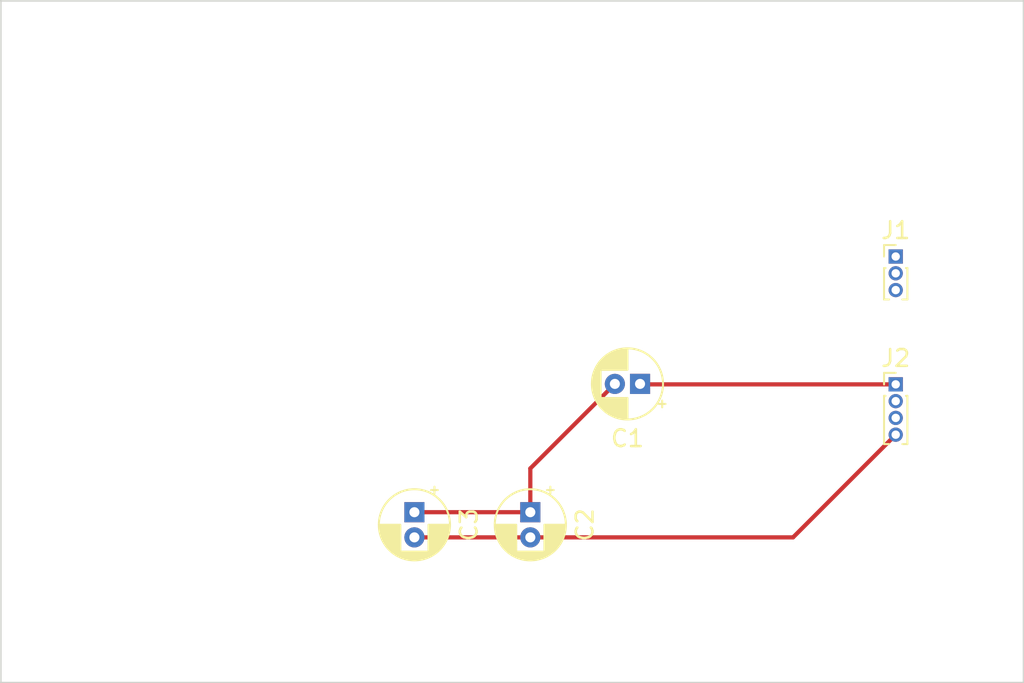
<source format=kicad_pcb>
(kicad_pcb (version 20211014) (generator pcbnew)
  (layers (0 "F.Cu" signal) (31 "B.Cu" signal) (34 "B.Paste" user) (35 "F.Paste" user) (36 "B.SilkS" user "B.Silkscreen") (37 "F.SilkS" user "F.Silkscreen") (38 "B.Mask" user) (39 "F.Mask" user) (44 "Edge.Cuts" user))
  (net 0 "")
  (net 1 "Net-(C1-Pad1)")
  (net 2 "Net-(C1-Pad2)")
  (net 3 "Net-(C3-Pad2)")
  (footprint "Capacitor_THT:CP_Radial_D4.0mm_P1.50mm" (layer "F.Cu") (at 141.491 106.68 -90)
    (fp_text reference "C3" (at 0.75 -3.25 90) (layer "F.SilkS"))
    (fp_text value "0.001")
    (fp_line (start 1.39 -1.982) (end 1.39 -0.84) (layer "F.SilkS") (width 0.12))
    (fp_line (start 1.951 0.84) (end 1.951 1.708) (layer "F.SilkS") (width 0.12))
    (fp_line (start 2.671 -0.859) (end 2.671 0.859) (layer "F.SilkS") (width 0.12))
    (fp_line (start 1.23 -2.025) (end 1.23 -0.84) (layer "F.SilkS") (width 0.12))
    (fp_line (start 1.35 0.84) (end 1.35 1.994) (layer "F.SilkS") (width 0.12))
    (fp_line (start 1.871 0.84) (end 1.871 1.76) (layer "F.SilkS") (width 0.12))
    (fp_line (start 2.151 -1.552) (end 2.151 -0.84) (layer "F.SilkS") (width 0.12))
    (fp_line (start 1.471 0.84) (end 1.471 1.954) (layer "F.SilkS") (width 0.12))
    (fp_line (start 1.07 0.84) (end 1.07 2.056) (layer "F.SilkS") (width 0.12))
    (fp_line (start 1.831 0.84) (end 1.831 1.785) (layer "F.SilkS") (width 0.12))
    (fp_line (start 2.391 -1.304) (end 2.391 1.304) (layer "F.SilkS") (width 0.12))
    (fp_line (start 1.631 -1.889) (end 1.631 -0.84) (layer "F.SilkS") (width 0.12))
    (fp_line (start 2.111 0.84) (end 2.111 1.587) (layer "F.SilkS") (width 0.12))
    (fp_line (start 1.03 0.84) (end 1.03 2.062) (layer "F.SilkS") (width 0.12))
    (fp_line (start 1.471 -1.954) (end 1.471 -0.84) (layer "F.SilkS") (width 0.12))
    (fp_line (start 2.751 -0.664) (end 2.751 0.664) (layer "F.SilkS") (width 0.12))
    (fp_line (start 1.911 -1.735) (end 1.911 -0.84) (layer "F.SilkS") (width 0.12))
    (fp_line (start 0.99 -2.067) (end 0.99 -0.84) (layer "F.SilkS") (width 0.12))
    (fp_line (start 1.791 0.84) (end 1.791 1.808) (layer "F.SilkS") (width 0.12))
    (fp_line (start 2.151 0.84) (end 2.151 1.552) (layer "F.SilkS") (width 0.12))
    (fp_line (start 0.79 -2.08) (end 0.79 -0.84) (layer "F.SilkS") (width 0.12))
    (fp_line (start 0.75 0.84) (end 0.75 2.08) (layer "F.SilkS") (width 0.12))
    (fp_line (start 1.751 0.84) (end 1.751 1.83) (layer "F.SilkS") (width 0.12))
    (fp_line (start 0.95 -2.071) (end 0.95 -0.84) (layer "F.SilkS") (width 0.12))
    (fp_line (start 2.111 -1.587) (end 2.111 -0.84) (layer "F.SilkS") (width 0.12))
    (fp_line (start 1.19 -2.034) (end 1.19 -0.84) (layer "F.SilkS") (width 0.12))
    (fp_line (start 2.591 -1.013) (end 2.591 1.013) (layer "F.SilkS") (width 0.12))
    (fp_line (start 1.871 -1.76) (end 1.871 -0.84) (layer "F.SilkS") (width 0.12))
    (fp_line (start 1.791 -1.808) (end 1.791 -0.84) (layer "F.SilkS") (width 0.12))
    (fp_line (start 1.27 0.84) (end 1.27 2.016) (layer "F.SilkS") (width 0.12))
    (fp_line (start 0.87 0.84) (end 0.87 2.077) (layer "F.SilkS") (width 0.12))
    (fp_line (start 2.431 -1.254) (end 2.431 1.254) (layer "F.SilkS") (width 0.12))
    (fp_line (start 2.351 -1.351) (end 2.351 1.351) (layer "F.SilkS") (width 0.12))
    (fp_line (start 1.11 0.84) (end 1.11 2.05) (layer "F.SilkS") (width 0.12))
    (fp_line (start 1.911 0.84) (end 1.911 1.735) (layer "F.SilkS") (width 0.12))
    (fp_line (start 0.75 -2.08) (end 0.75 -0.84) (layer "F.SilkS") (width 0.12))
    (fp_line (start 1.551 -1.924) (end 1.551 -0.84) (layer "F.SilkS") (width 0.12))
    (fp_line (start 1.671 0.84) (end 1.671 1.87) (layer "F.SilkS") (width 0.12))
    (fp_line (start 1.591 -1.907) (end 1.591 -0.84) (layer "F.SilkS") (width 0.12))
    (fp_line (start 1.991 0.84) (end 1.991 1.68) (layer "F.SilkS") (width 0.12))
    (fp_line (start 0.99 0.84) (end 0.99 2.067) (layer "F.SilkS") (width 0.12))
    (fp_line (start 1.31 -2.005) (end 1.31 -0.84) (layer "F.SilkS") (width 0.12))
    (fp_line (start 2.831 -0.37) (end 2.831 0.37) (layer "F.SilkS") (width 0.12))
    (fp_line (start 1.15 0.84) (end 1.15 2.042) (layer "F.SilkS") (width 0.12))
    (fp_line (start 1.711 -1.851) (end 1.711 -0.84) (layer "F.SilkS") (width 0.12))
    (fp_line (start 2.031 0.84) (end 2.031 1.65) (layer "F.SilkS") (width 0.12))
    (fp_line (start 1.951 -1.708) (end 1.951 -0.84) (layer "F.SilkS") (width 0.12))
    (fp_line (start 1.07 -2.056) (end 1.07 -0.84) (layer "F.SilkS") (width 0.12))
    (fp_line (start 2.071 0.84) (end 2.071 1.619) (layer "F.SilkS") (width 0.12))
    (fp_line (start 2.631 -0.94) (end 2.631 0.94) (layer "F.SilkS") (width 0.12))
    (fp_line (start 2.271 -1.438) (end 2.271 -0.84) (layer "F.SilkS") (width 0.12))
    (fp_line (start 1.831 -1.785) (end 1.831 -0.84) (layer "F.SilkS") (width 0.12))
    (fp_line (start 1.27 -2.016) (end 1.27 -0.84) (layer "F.SilkS") (width 0.12))
    (fp_line (start 1.551 0.84) (end 1.551 1.924) (layer "F.SilkS") (width 0.12))
    (fp_line (start 1.19 0.84) (end 1.19 2.034) (layer "F.SilkS") (width 0.12))
    (fp_line (start -1.319801 -1.395) (end -1.319801 -0.995) (layer "F.SilkS") (width 0.12))
    (fp_line (start 1.511 0.84) (end 1.511 1.94) (layer "F.SilkS") (width 0.12))
    (fp_line (start 1.11 -2.05) (end 1.11 -0.84) (layer "F.SilkS") (width 0.12))
    (fp_line (start 0.91 0.84) (end 0.91 2.074) (layer "F.SilkS") (width 0.12))
    (fp_line (start 0.95 0.84) (end 0.95 2.071) (layer "F.SilkS") (width 0.12))
    (fp_line (start 2.031 -1.65) (end 2.031 -0.84) (layer "F.SilkS") (width 0.12))
    (fp_line (start 2.791 -0.537) (end 2.791 0.537) (layer "F.SilkS") (width 0.12))
    (fp_line (start 2.511 -1.142) (end 2.511 1.142) (layer "F.SilkS") (width 0.12))
    (fp_line (start 1.671 -1.87) (end 1.671 -0.84) (layer "F.SilkS") (width 0.12))
    (fp_line (start 0.91 -2.074) (end 0.91 -0.84) (layer "F.SilkS") (width 0.12))
    (fp_line (start 1.23 0.84) (end 1.23 2.025) (layer "F.SilkS") (width 0.12))
    (fp_line (start 0.79 0.84) (end 0.79 2.08) (layer "F.SilkS") (width 0.12))
    (fp_line (start 1.03 -2.062) (end 1.03 -0.84) (layer "F.SilkS") (width 0.12))
    (fp_line (start 1.31 0.84) (end 1.31 2.005) (layer "F.SilkS") (width 0.12))
    (fp_line (start 1.711 0.84) (end 1.711 1.851) (layer "F.SilkS") (width 0.12))
    (fp_line (start 2.271 0.84) (end 2.271 1.438) (layer "F.SilkS") (width 0.12))
    (fp_line (start 2.071 -1.619) (end 2.071 -0.84) (layer "F.SilkS") (width 0.12))
    (fp_line (start 2.471 -1.2) (end 2.471 1.2) (layer "F.SilkS") (width 0.12))
    (fp_line (start 0.83 0.84) (end 0.83 2.079) (layer "F.SilkS") (width 0.12))
    (fp_line (start 2.231 -1.478) (end 2.231 -0.84) (layer "F.SilkS") (width 0.12))
    (fp_line (start 1.35 -1.994) (end 1.35 -0.84) (layer "F.SilkS") (width 0.12))
    (fp_line (start -1.519801 -1.195) (end -1.119801 -1.195) (layer "F.SilkS") (width 0.12))
    (fp_line (start 2.191 -1.516) (end 2.191 -0.84) (layer "F.SilkS") (width 0.12))
    (fp_line (start 0.87 -2.077) (end 0.87 -0.84) (layer "F.SilkS") (width 0.12))
    (fp_line (start 1.511 -1.94) (end 1.511 -0.84) (layer "F.SilkS") (width 0.12))
    (fp_line (start 2.311 0.84) (end 2.311 1.396) (layer "F.SilkS") (width 0.12))
    (fp_line (start 1.39 0.84) (end 1.39 1.982) (layer "F.SilkS") (width 0.12))
    (fp_line (start 1.751 -1.83) (end 1.751 -0.84) (layer "F.SilkS") (width 0.12))
    (fp_line (start 2.551 -1.08) (end 2.551 1.08) (layer "F.SilkS") (width 0.12))
    (fp_line (start 1.43 -1.968) (end 1.43 -0.84) (layer "F.SilkS") (width 0.12))
    (fp_line (start 2.311 -1.396) (end 2.311 -0.84) (layer "F.SilkS") (width 0.12))
    (fp_line (start 2.711 -0.768) (end 2.711 0.768) (layer "F.SilkS") (width 0.12))
    (fp_line (start 1.991 -1.68) (end 1.991 -0.84) (layer "F.SilkS") (width 0.12))
    (fp_line (start 1.15 -2.042) (end 1.15 -0.84) (layer "F.SilkS") (width 0.12))
    (fp_line (start 2.191 0.84) (end 2.191 1.516) (layer "F.SilkS") (width 0.12))
    (fp_line (start 0.83 -2.079) (end 0.83 -0.84) (layer "F.SilkS") (width 0.12))
    (fp_line (start 2.231 0.84) (end 2.231 1.478) (layer "F.SilkS") (width 0.12))
    (fp_line (start 1.591 0.84) (end 1.591 1.907) (layer "F.SilkS") (width 0.12))
    (fp_line (start 1.43 0.84) (end 1.43 1.968) (layer "F.SilkS") (width 0.12))
    (fp_line (start 1.631 0.84) (end 1.631 1.889) (layer "F.SilkS") (width 0.12))
    (fp_circle (center 0.75 0) (end 2.87 0) (layer "F.SilkS") (width 0.12) (fill none))
    (pad "1" thru_hole rect (at 0 0 270) (size 1.2 1.2) (drill 0.6) (layers *.Cu *.Mask) (net 2 "Net-(C1-Pad2)"))
    (pad "2" thru_hole circle (at 1.5 0 270) (size 1.2 1.2) (drill 0.6) (layers *.Cu *.Mask) (net 3 "Net-(C3-Pad2)"))
  )
  (footprint "Connector_PinHeader_1.00mm:PinHeader_1x04_P1.00mm_Vertical" (layer "F.Cu") (at 170.18 99.06)
    (fp_text reference "J2" (at 0 -1.56) (layer "F.SilkS"))
    (fp_text value "mic&ptt")
    (fp_line (start 0.394493 3.56) (end 0.695 3.56) (layer "F.SilkS") (width 0.12))
    (fp_line (start 0.608276 0.685) (end 0.695 0.685) (layer "F.SilkS") (width 0.12))
    (fp_line (start -0.695 3.56) (end -0.394493 3.56) (layer "F.SilkS") (width 0.12))
    (fp_line (start -0.695 -0.685) (end 0 -0.685) (layer "F.SilkS") (width 0.12))
    (fp_line (start 0.695 0.685) (end 0.695 3.56) (layer "F.SilkS") (width 0.12))
    (fp_line (start -0.695 0) (end -0.695 -0.685) (layer "F.SilkS") (width 0.12))
    (fp_line (start -0.695 0.685) (end -0.608276 0.685) (layer "F.SilkS") (width 0.12))
    (fp_line (start -0.695 0.685) (end -0.695 3.56) (layer "F.SilkS") (width 0.12))
    (pad "1" thru_hole rect (at 0 0) (size 0.85 0.85) (drill 0.5) (layers *.Cu *.Mask) (net 1 "Net-(C1-Pad1)"))
    (pad "2" thru_hole oval (at 0 1) (size 0.85 0.85) (drill 0.5) (layers *.Cu *.Mask))
    (pad "3" thru_hole oval (at 0 2) (size 0.85 0.85) (drill 0.5) (layers *.Cu *.Mask))
    (pad "4" thru_hole oval (at 0 3) (size 0.85 0.85) (drill 0.5) (layers *.Cu *.Mask) (net 3 "Net-(C3-Pad2)"))
  )
  (footprint "Capacitor_THT:CP_Radial_D4.0mm_P1.50mm" (layer "F.Cu") (at 148.4 106.68 -90)
    (fp_text reference "C2" (at 0.75 -3.25 90) (layer "F.SilkS"))
    (fp_text value "C")
    (fp_line (start 1.951 -1.708) (end 1.951 -0.84) (layer "F.SilkS") (width 0.12))
    (fp_line (start 1.39 0.84) (end 1.39 1.982) (layer "F.SilkS") (width 0.12))
    (fp_line (start 0.91 0.84) (end 0.91 2.074) (layer "F.SilkS") (width 0.12))
    (fp_line (start 1.991 0.84) (end 1.991 1.68) (layer "F.SilkS") (width 0.12))
    (fp_line (start 0.83 0.84) (end 0.83 2.079) (layer "F.SilkS") (width 0.12))
    (fp_line (start 0.87 -2.077) (end 0.87 -0.84) (layer "F.SilkS") (width 0.12))
    (fp_line (start 1.871 0.84) (end 1.871 1.76) (layer "F.SilkS") (width 0.12))
    (fp_line (start 2.551 -1.08) (end 2.551 1.08) (layer "F.SilkS") (width 0.12))
    (fp_line (start 2.711 -0.768) (end 2.711 0.768) (layer "F.SilkS") (width 0.12))
    (fp_line (start 0.79 0.84) (end 0.79 2.08) (layer "F.SilkS") (width 0.12))
    (fp_line (start 2.271 0.84) (end 2.271 1.438) (layer "F.SilkS") (width 0.12))
    (fp_line (start 1.07 -2.056) (end 1.07 -0.84) (layer "F.SilkS") (width 0.12))
    (fp_line (start 2.311 -1.396) (end 2.311 -0.84) (layer "F.SilkS") (width 0.12))
    (fp_line (start 2.031 -1.65) (end 2.031 -0.84) (layer "F.SilkS") (width 0.12))
    (fp_line (start 1.551 0.84) (end 1.551 1.924) (layer "F.SilkS") (width 0.12))
    (fp_line (start 2.151 -1.552) (end 2.151 -0.84) (layer "F.SilkS") (width 0.12))
    (fp_line (start 1.631 0.84) (end 1.631 1.889) (layer "F.SilkS") (width 0.12))
    (fp_line (start 1.35 0.84) (end 1.35 1.994) (layer "F.SilkS") (width 0.12))
    (fp_line (start 2.431 -1.254) (end 2.431 1.254) (layer "F.SilkS") (width 0.12))
    (fp_line (start 1.591 -1.907) (end 1.591 -0.84) (layer "F.SilkS") (width 0.12))
    (fp_line (start 1.631 -1.889) (end 1.631 -0.84) (layer "F.SilkS") (width 0.12))
    (fp_line (start 0.75 -2.08) (end 0.75 -0.84) (layer "F.SilkS") (width 0.12))
    (fp_line (start 1.511 -1.94) (end 1.511 -0.84) (layer "F.SilkS") (width 0.12))
    (fp_line (start 2.111 0.84) (end 2.111 1.587) (layer "F.SilkS") (width 0.12))
    (fp_line (start 1.871 -1.76) (end 1.871 -0.84) (layer "F.SilkS") (width 0.12))
    (fp_line (start 1.831 -1.785) (end 1.831 -0.84) (layer "F.SilkS") (width 0.12))
    (fp_line (start 2.031 0.84) (end 2.031 1.65) (layer "F.SilkS") (width 0.12))
    (fp_line (start 1.591 0.84) (end 1.591 1.907) (layer "F.SilkS") (width 0.12))
    (fp_line (start 2.311 0.84) (end 2.311 1.396) (layer "F.SilkS") (width 0.12))
    (fp_line (start 1.07 0.84) (end 1.07 2.056) (layer "F.SilkS") (width 0.12))
    (fp_line (start 1.511 0.84) (end 1.511 1.94) (layer "F.SilkS") (width 0.12))
    (fp_line (start 2.471 -1.2) (end 2.471 1.2) (layer "F.SilkS") (width 0.12))
    (fp_line (start 2.231 -1.478) (end 2.231 -0.84) (layer "F.SilkS") (width 0.12))
    (fp_line (start 1.711 -1.851) (end 1.711 -0.84) (layer "F.SilkS") (width 0.12))
    (fp_line (start 2.751 -0.664) (end 2.751 0.664) (layer "F.SilkS") (width 0.12))
    (fp_line (start 0.95 0.84) (end 0.95 2.071) (layer "F.SilkS") (width 0.12))
    (fp_line (start 1.19 0.84) (end 1.19 2.034) (layer "F.SilkS") (width 0.12))
    (fp_line (start 1.27 0.84) (end 1.27 2.016) (layer "F.SilkS") (width 0.12))
    (fp_line (start 2.111 -1.587) (end 2.111 -0.84) (layer "F.SilkS") (width 0.12))
    (fp_line (start 0.99 0.84) (end 0.99 2.067) (layer "F.SilkS") (width 0.12))
    (fp_line (start 2.191 0.84) (end 2.191 1.516) (layer "F.SilkS") (width 0.12))
    (fp_line (start 1.39 -1.982) (end 1.39 -0.84) (layer "F.SilkS") (width 0.12))
    (fp_line (start 0.83 -2.079) (end 0.83 -0.84) (layer "F.SilkS") (width 0.12))
    (fp_line (start 1.751 -1.83) (end 1.751 -0.84) (layer "F.SilkS") (width 0.12))
    (fp_line (start 1.23 0.84) (end 1.23 2.025) (layer "F.SilkS") (width 0.12))
    (fp_line (start 1.31 0.84) (end 1.31 2.005) (layer "F.SilkS") (width 0.12))
    (fp_line (start 1.23 -2.025) (end 1.23 -0.84) (layer "F.SilkS") (width 0.12))
    (fp_line (start 1.43 0.84) (end 1.43 1.968) (layer "F.SilkS") (width 0.12))
    (fp_line (start 2.071 -1.619) (end 2.071 -0.84) (layer "F.SilkS") (width 0.12))
    (fp_line (start 2.591 -1.013) (end 2.591 1.013) (layer "F.SilkS") (width 0.12))
    (fp_line (start 2.231 0.84) (end 2.231 1.478) (layer "F.SilkS") (width 0.12))
    (fp_line (start 2.071 0.84) (end 2.071 1.619) (layer "F.SilkS") (width 0.12))
    (fp_line (start 2.831 -0.37) (end 2.831 0.37) (layer "F.SilkS") (width 0.12))
    (fp_line (start -1.519801 -1.195) (end -1.119801 -1.195) (layer "F.SilkS") (width 0.12))
    (fp_line (start -1.319801 -1.395) (end -1.319801 -0.995) (layer "F.SilkS") (width 0.12))
    (fp_line (start 2.191 -1.516) (end 2.191 -0.84) (layer "F.SilkS") (width 0.12))
    (fp_line (start 1.31 -2.005) (end 1.31 -0.84) (layer "F.SilkS") (width 0.12))
    (fp_line (start 1.03 0.84) (end 1.03 2.062) (layer "F.SilkS") (width 0.12))
    (fp_line (start 1.911 -1.735) (end 1.911 -0.84) (layer "F.SilkS") (width 0.12))
    (fp_line (start 1.551 -1.924) (end 1.551 -0.84) (layer "F.SilkS") (width 0.12))
    (fp_line (start 0.79 -2.08) (end 0.79 -0.84) (layer "F.SilkS") (width 0.12))
    (fp_line (start 2.151 0.84) (end 2.151 1.552) (layer "F.SilkS") (width 0.12))
    (fp_line (start 1.951 0.84) (end 1.951 1.708) (layer "F.SilkS") (width 0.12))
    (fp_line (start 1.03 -2.062) (end 1.03 -0.84) (layer "F.SilkS") (width 0.12))
    (fp_line (start 2.671 -0.859) (end 2.671 0.859) (layer "F.SilkS") (width 0.12))
    (fp_line (start 1.791 0.84) (end 1.791 1.808) (layer "F.SilkS") (width 0.12))
    (fp_line (start 0.87 0.84) (end 0.87 2.077) (layer "F.SilkS") (width 0.12))
    (fp_line (start 0.91 -2.074) (end 0.91 -0.84) (layer "F.SilkS") (width 0.12))
    (fp_line (start 1.35 -1.994) (end 1.35 -0.84) (layer "F.SilkS") (width 0.12))
    (fp_line (start 2.271 -1.438) (end 2.271 -0.84) (layer "F.SilkS") (width 0.12))
    (fp_line (start 1.751 0.84) (end 1.751 1.83) (layer "F.SilkS") (width 0.12))
    (fp_line (start 0.99 -2.067) (end 0.99 -0.84) (layer "F.SilkS") (width 0.12))
    (fp_line (start 2.511 -1.142) (end 2.511 1.142) (layer "F.SilkS") (width 0.12))
    (fp_line (start 1.19 -2.034) (end 1.19 -0.84) (layer "F.SilkS") (width 0.12))
    (fp_line (start 1.15 -2.042) (end 1.15 -0.84) (layer "F.SilkS") (width 0.12))
    (fp_line (start 2.391 -1.304) (end 2.391 1.304) (layer "F.SilkS") (width 0.12))
    (fp_line (start 1.711 0.84) (end 1.711 1.851) (layer "F.SilkS") (width 0.12))
    (fp_line (start 1.791 -1.808) (end 1.791 -0.84) (layer "F.SilkS") (width 0.12))
    (fp_line (start 1.671 0.84) (end 1.671 1.87) (layer "F.SilkS") (width 0.12))
    (fp_line (start 2.791 -0.537) (end 2.791 0.537) (layer "F.SilkS") (width 0.12))
    (fp_line (start 1.911 0.84) (end 1.911 1.735) (layer "F.SilkS") (width 0.12))
    (fp_line (start 1.991 -1.68) (end 1.991 -0.84) (layer "F.SilkS") (width 0.12))
    (fp_line (start 1.15 0.84) (end 1.15 2.042) (layer "F.SilkS") (width 0.12))
    (fp_line (start 0.75 0.84) (end 0.75 2.08) (layer "F.SilkS") (width 0.12))
    (fp_line (start 1.671 -1.87) (end 1.671 -0.84) (layer "F.SilkS") (width 0.12))
    (fp_line (start 1.831 0.84) (end 1.831 1.785) (layer "F.SilkS") (width 0.12))
    (fp_line (start 0.95 -2.071) (end 0.95 -0.84) (layer "F.SilkS") (width 0.12))
    (fp_line (start 1.471 0.84) (end 1.471 1.954) (layer "F.SilkS") (width 0.12))
    (fp_line (start 2.351 -1.351) (end 2.351 1.351) (layer "F.SilkS") (width 0.12))
    (fp_line (start 1.471 -1.954) (end 1.471 -0.84) (layer "F.SilkS") (width 0.12))
    (fp_line (start 2.631 -0.94) (end 2.631 0.94) (layer "F.SilkS") (width 0.12))
    (fp_line (start 1.11 -2.05) (end 1.11 -0.84) (layer "F.SilkS") (width 0.12))
    (fp_line (start 1.43 -1.968) (end 1.43 -0.84) (layer "F.SilkS") (width 0.12))
    (fp_line (start 1.11 0.84) (end 1.11 2.05) (layer "F.SilkS") (width 0.12))
    (fp_line (start 1.27 -2.016) (end 1.27 -0.84) (layer "F.SilkS") (width 0.12))
    (fp_circle (center 0.75 0) (end 2.87 0) (layer "F.SilkS") (width 0.12) (fill none))
    (pad "1" thru_hole rect (at 0 0 270) (size 1.2 1.2) (drill 0.6) (layers *.Cu *.Mask) (net 2 "Net-(C1-Pad2)"))
    (pad "2" thru_hole circle (at 1.5 0 270) (size 1.2 1.2) (drill 0.6) (layers *.Cu *.Mask) (net 3 "Net-(C3-Pad2)"))
  )
  (footprint "Capacitor_THT:CP_Radial_D4.0mm_P1.50mm" (layer "F.Cu") (at 154.94 99.0325 180)
    (fp_text reference "C1" (at 0.75 -3.25) (layer "F.SilkS"))
    (fp_text value "1uP")
    (fp_line (start 0.79 0.84) (end 0.79 2.08) (layer "F.SilkS") (width 0.12))
    (fp_line (start 2.071 -1.619) (end 2.071 -0.84) (layer "F.SilkS") (width 0.12))
    (fp_line (start 1.591 -1.907) (end 1.591 -0.84) (layer "F.SilkS") (width 0.12))
    (fp_line (start 1.831 -1.785) (end 1.831 -0.84) (layer "F.SilkS") (width 0.12))
    (fp_line (start 1.35 0.84) (end 1.35 1.994) (layer "F.SilkS") (width 0.12))
    (fp_line (start 1.551 -1.924) (end 1.551 -0.84) (layer "F.SilkS") (width 0.12))
    (fp_line (start 1.31 0.84) (end 1.31 2.005) (layer "F.SilkS") (width 0.12))
    (fp_line (start 1.871 0.84) (end 1.871 1.76) (layer "F.SilkS") (width 0.12))
    (fp_line (start 1.711 0.84) (end 1.711 1.851) (layer "F.SilkS") (width 0.12))
    (fp_line (start 1.511 0.84) (end 1.511 1.94) (layer "F.SilkS") (width 0.12))
    (fp_line (start -1.319801 -1.395) (end -1.319801 -0.995) (layer "F.SilkS") (width 0.12))
    (fp_line (start 2.351 -1.351) (end 2.351 1.351) (layer "F.SilkS") (width 0.12))
    (fp_line (start 1.751 -1.83) (end 1.751 -0.84) (layer "F.SilkS") (width 0.12))
    (fp_line (start 2.511 -1.142) (end 2.511 1.142) (layer "F.SilkS") (width 0.12))
    (fp_line (start 2.751 -0.664) (end 2.751 0.664) (layer "F.SilkS") (width 0.12))
    (fp_line (start 2.631 -0.94) (end 2.631 0.94) (layer "F.SilkS") (width 0.12))
    (fp_line (start 1.591 0.84) (end 1.591 1.907) (layer "F.SilkS") (width 0.12))
    (fp_line (start 0.83 -2.079) (end 0.83 -0.84) (layer "F.SilkS") (width 0.12))
    (fp_line (start 1.671 0.84) (end 1.671 1.87) (layer "F.SilkS") (width 0.12))
    (fp_line (start 1.07 0.84) (end 1.07 2.056) (layer "F.SilkS") (width 0.12))
    (fp_line (start 0.87 0.84) (end 0.87 2.077) (layer "F.SilkS") (width 0.12))
    (fp_line (start 2.591 -1.013) (end 2.591 1.013) (layer "F.SilkS") (width 0.12))
    (fp_line (start 1.11 0.84) (end 1.11 2.05) (layer "F.SilkS") (width 0.12))
    (fp_line (start 1.631 0.84) (end 1.631 1.889) (layer "F.SilkS") (width 0.12))
    (fp_line (start 0.75 -2.08) (end 0.75 -0.84) (layer "F.SilkS") (width 0.12))
    (fp_line (start 1.911 0.84) (end 1.911 1.735) (layer "F.SilkS") (width 0.12))
    (fp_line (start 1.19 -2.034) (end 1.19 -0.84) (layer "F.SilkS") (width 0.12))
    (fp_line (start 1.07 -2.056) (end 1.07 -0.84) (layer "F.SilkS") (width 0.12))
    (fp_line (start 2.791 -0.537) (end 2.791 0.537) (layer "F.SilkS") (width 0.12))
    (fp_line (start 2.551 -1.08) (end 2.551 1.08) (layer "F.SilkS") (width 0.12))
    (fp_line (start 0.83 0.84) (end 0.83 2.079) (layer "F.SilkS") (width 0.12))
    (fp_line (start 1.39 0.84) (end 1.39 1.982) (layer "F.SilkS") (width 0.12))
    (fp_line (start 1.03 -2.062) (end 1.03 -0.84) (layer "F.SilkS") (width 0.12))
    (fp_line (start 1.15 0.84) (end 1.15 2.042) (layer "F.SilkS") (width 0.12))
    (fp_line (start 1.791 -1.808) (end 1.791 -0.84) (layer "F.SilkS") (width 0.12))
    (fp_line (start 1.471 -1.954) (end 1.471 -0.84) (layer "F.SilkS") (width 0.12))
    (fp_line (start 2.031 0.84) (end 2.031 1.65) (layer "F.SilkS") (width 0.12))
    (fp_line (start 1.511 -1.94) (end 1.511 -0.84) (layer "F.SilkS") (width 0.12))
    (fp_line (start 2.671 -0.859) (end 2.671 0.859) (layer "F.SilkS") (width 0.12))
    (fp_line (start 1.551 0.84) (end 1.551 1.924) (layer "F.SilkS") (width 0.12))
    (fp_line (start 1.23 -2.025) (end 1.23 -0.84) (layer "F.SilkS") (width 0.12))
    (fp_line (start 1.23 0.84) (end 1.23 2.025) (layer "F.SilkS") (width 0.12))
    (fp_line (start 1.43 0.84) (end 1.43 1.968) (layer "F.SilkS") (width 0.12))
    (fp_line (start 1.27 -2.016) (end 1.27 -0.84) (layer "F.SilkS") (width 0.12))
    (fp_line (start 0.95 -2.071) (end 0.95 -0.84) (layer "F.SilkS") (width 0.12))
    (fp_line (start 1.35 -1.994) (end 1.35 -0.84) (layer "F.SilkS") (width 0.12))
    (fp_line (start 1.751 0.84) (end 1.751 1.83) (layer "F.SilkS") (width 0.12))
    (fp_line (start 1.671 -1.87) (end 1.671 -0.84) (layer "F.SilkS") (width 0.12))
    (fp_line (start 0.87 -2.077) (end 0.87 -0.84) (layer "F.SilkS") (width 0.12))
    (fp_line (start 2.231 -1.478) (end 2.231 -0.84) (layer "F.SilkS") (width 0.12))
    (fp_line (start -1.519801 -1.195) (end -1.119801 -1.195) (layer "F.SilkS") (width 0.12))
    (fp_line (start 2.271 -1.438) (end 2.271 -0.84) (layer "F.SilkS") (width 0.12))
    (fp_line (start 1.951 -1.708) (end 1.951 -0.84) (layer "F.SilkS") (width 0.12))
    (fp_line (start 2.431 -1.254) (end 2.431 1.254) (layer "F.SilkS") (width 0.12))
    (fp_line (start 0.95 0.84) (end 0.95 2.071) (layer "F.SilkS") (width 0.12))
    (fp_line (start 2.471 -1.2) (end 2.471 1.2) (layer "F.SilkS") (width 0.12))
    (fp_line (start 2.831 -0.37) (end 2.831 0.37) (layer "F.SilkS") (width 0.12))
    (fp_line (start 1.951 0.84) (end 1.951 1.708) (layer "F.SilkS") (width 0.12))
    (fp_line (start 2.711 -0.768) (end 2.711 0.768) (layer "F.SilkS") (width 0.12))
    (fp_line (start 2.311 -1.396) (end 2.311 -0.84) (layer "F.SilkS") (width 0.12))
    (fp_line (start 1.471 0.84) (end 1.471 1.954) (layer "F.SilkS") (width 0.12))
    (fp_line (start 2.311 0.84) (end 2.311 1.396) (layer "F.SilkS") (width 0.12))
    (fp_line (start 1.991 -1.68) (end 1.991 -0.84) (layer "F.SilkS") (width 0.12))
    (fp_line (start 1.27 0.84) (end 1.27 2.016) (layer "F.SilkS") (width 0.12))
    (fp_line (start 1.871 -1.76) (end 1.871 -0.84) (layer "F.SilkS") (width 0.12))
    (fp_line (start 2.151 -1.552) (end 2.151 -0.84) (layer "F.SilkS") (width 0.12))
    (fp_line (start 2.031 -1.65) (end 2.031 -0.84) (layer "F.SilkS") (width 0.12))
    (fp_line (start 2.391 -1.304) (end 2.391 1.304) (layer "F.SilkS") (width 0.12))
    (fp_line (start 1.911 -1.735) (end 1.911 -0.84) (layer "F.SilkS") (width 0.12))
    (fp_line (start 0.75 0.84) (end 0.75 2.08) (layer "F.SilkS") (width 0.12))
    (fp_line (start 1.31 -2.005) (end 1.31 -0.84) (layer "F.SilkS") (width 0.12))
    (fp_line (start 1.03 0.84) (end 1.03 2.062) (layer "F.SilkS") (width 0.12))
    (fp_line (start 1.19 0.84) (end 1.19 2.034) (layer "F.SilkS") (width 0.12))
    (fp_line (start 0.91 0.84) (end 0.91 2.074) (layer "F.SilkS") (width 0.12))
    (fp_line (start 1.631 -1.889) (end 1.631 -0.84) (layer "F.SilkS") (width 0.12))
    (fp_line (start 1.831 0.84) (end 1.831 1.785) (layer "F.SilkS") (width 0.12))
    (fp_line (start 2.151 0.84) (end 2.151 1.552) (layer "F.SilkS") (width 0.12))
    (fp_line (start 1.39 -1.982) (end 1.39 -0.84) (layer "F.SilkS") (width 0.12))
    (fp_line (start 0.91 -2.074) (end 0.91 -0.84) (layer "F.SilkS") (width 0.12))
    (fp_line (start 1.711 -1.851) (end 1.711 -0.84) (layer "F.SilkS") (width 0.12))
    (fp_line (start 2.231 0.84) (end 2.231 1.478) (layer "F.SilkS") (width 0.12))
    (fp_line (start 2.271 0.84) (end 2.271 1.438) (layer "F.SilkS") (width 0.12))
    (fp_line (start 2.191 0.84) (end 2.191 1.516) (layer "F.SilkS") (width 0.12))
    (fp_line (start 0.99 0.84) (end 0.99 2.067) (layer "F.SilkS") (width 0.12))
    (fp_line (start 2.111 -1.587) (end 2.111 -0.84) (layer "F.SilkS") (width 0.12))
    (fp_line (start 1.791 0.84) (end 1.791 1.808) (layer "F.SilkS") (width 0.12))
    (fp_line (start 1.15 -2.042) (end 1.15 -0.84) (layer "F.SilkS") (width 0.12))
    (fp_line (start 1.11 -2.05) (end 1.11 -0.84) (layer "F.SilkS") (width 0.12))
    (fp_line (start 2.071 0.84) (end 2.071 1.619) (layer "F.SilkS") (width 0.12))
    (fp_line (start 0.79 -2.08) (end 0.79 -0.84) (layer "F.SilkS") (width 0.12))
    (fp_line (start 1.43 -1.968) (end 1.43 -0.84) (layer "F.SilkS") (width 0.12))
    (fp_line (start 2.191 -1.516) (end 2.191 -0.84) (layer "F.SilkS") (width 0.12))
    (fp_line (start 0.99 -2.067) (end 0.99 -0.84) (layer "F.SilkS") (width 0.12))
    (fp_line (start 2.111 0.84) (end 2.111 1.587) (layer "F.SilkS") (width 0.12))
    (fp_line (start 1.991 0.84) (end 1.991 1.68) (layer "F.SilkS") (width 0.12))
    (fp_circle (center 0.75 0) (end 2.87 0) (layer "F.SilkS") (width 0.12) (fill none))
    (pad "1" thru_hole rect (at 0 0 180) (size 1.2 1.2) (drill 0.6) (layers *.Cu *.Mask) (net 1 "Net-(C1-Pad1)"))
    (pad "2" thru_hole circle (at 1.5 0 180) (size 1.2 1.2) (drill 0.6) (layers *.Cu *.Mask) (net 2 "Net-(C1-Pad2)"))
  )
  (footprint "Connector_PinHeader_1.00mm:PinHeader_1x03_P1.00mm_Vertical" (layer "F.Cu") (at 170.18 91.44)
    (fp_text reference "J1" (at 0 -1.56) (layer "F.SilkS"))
    (fp_text value "audio")
    (fp_line (start -0.695 0.685) (end -0.608276 0.685) (layer "F.SilkS") (width 0.12))
    (fp_line (start 0.394493 2.56) (end 0.695 2.56) (layer "F.SilkS") (width 0.12))
    (fp_line (start -0.695 -0.685) (end 0 -0.685) (layer "F.SilkS") (width 0.12))
    (fp_line (start -0.695 2.56) (end -0.394493 2.56) (layer "F.SilkS") (width 0.12))
    (fp_line (start 0.695 0.685) (end 0.695 2.56) (layer "F.SilkS") (width 0.12))
    (fp_line (start 0.608276 0.685) (end 0.695 0.685) (layer "F.SilkS") (width 0.12))
    (fp_line (start -0.695 0.685) (end -0.695 2.56) (layer "F.SilkS") (width 0.12))
    (fp_line (start -0.695 0) (end -0.695 -0.685) (layer "F.SilkS") (width 0.12))
    (pad "1" thru_hole rect (at 0 0) (size 0.85 0.85) (drill 0.5) (layers *.Cu *.Mask))
    (pad "2" thru_hole oval (at 0 1) (size 0.85 0.85) (drill 0.5) (layers *.Cu *.Mask))
    (pad "3" thru_hole oval (at 0 2) (size 0.85 0.85) (drill 0.5) (layers *.Cu *.Mask))
  )
  (gr_line (start 116.84 76.2) (end 177.8 76.2) (layer "Edge.Cuts") (width 0.1))
  (gr_line (start 116.84 116.84) (end 116.84 76.2) (layer "Edge.Cuts") (width 0.1))
  (gr_line (start 177.8 76.2) (end 177.8 116.84) (layer "Edge.Cuts") (width 0.1))
  (gr_line (start 177.8 116.84) (end 116.84 116.84) (layer "Edge.Cuts") (width 0.1))
  (segment (start 154.9675 99.06) (end 154.94 99.0325) (width 0.25) (layer "F.Cu") (net 1))
  (segment (start 170.18 99.06) (end 154.9675 99.06) (width 0.25) (layer "F.Cu") (net 1))
  (segment (start 148.4 104.0725) (end 148.4 106.68) (width 0.25) (layer "F.Cu") (net 2))
  (segment (start 148.4 106.68) (end 141.491 106.68) (width 0.25) (layer "F.Cu") (net 2))
  (segment (start 153.44 99.0325) (end 148.4 104.0725) (width 0.25) (layer "F.Cu") (net 2))
  (segment (start 141.491 108.18) (end 148.4 108.18) (width 0.25) (layer "F.Cu") (net 3))
  (segment (start 148.4 108.18) (end 164.06 108.18) (width 0.25) (layer "F.Cu") (net 3))
  (segment (start 164.06 108.18) (end 170.18 102.06) (width 0.25) (layer "F.Cu") (net 3))
)
</source>
